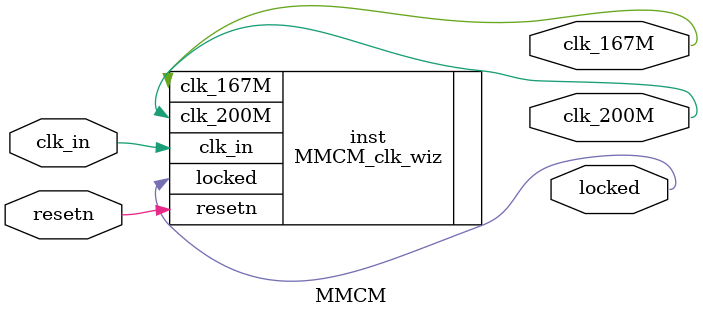
<source format=v>


`timescale 1ps/1ps

(* CORE_GENERATION_INFO = "MMCM,clk_wiz_v6_0_4_0_0,{component_name=MMCM,use_phase_alignment=true,use_min_o_jitter=false,use_max_i_jitter=false,use_dyn_phase_shift=false,use_inclk_switchover=false,use_dyn_reconfig=false,enable_axi=0,feedback_source=FDBK_AUTO,PRIMITIVE=MMCM,num_out_clk=2,clkin1_period=20.000,clkin2_period=10.0,use_power_down=false,use_reset=true,use_locked=true,use_inclk_stopped=false,feedback_type=SINGLE,CLOCK_MGR_TYPE=NA,manual_override=false}" *)

module MMCM 
 (
  // Clock out ports
  output        clk_167M,
  output        clk_200M,
  // Status and control signals
  input         resetn,
  output        locked,
 // Clock in ports
  input         clk_in
 );

  MMCM_clk_wiz inst
  (
  // Clock out ports  
  .clk_167M(clk_167M),
  .clk_200M(clk_200M),
  // Status and control signals               
  .resetn(resetn), 
  .locked(locked),
 // Clock in ports
  .clk_in(clk_in)
  );

endmodule

</source>
